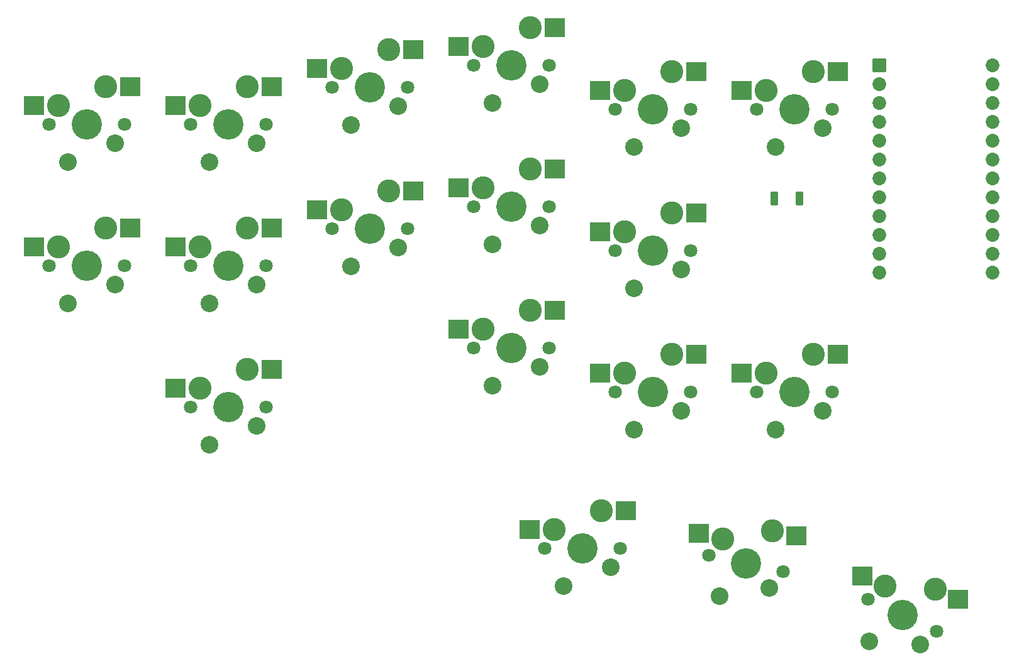
<source format=gbr>
%TF.GenerationSoftware,KiCad,Pcbnew,(6.0.8-1)-1*%
%TF.CreationDate,2023-01-29T19:27:54+03:00*%
%TF.ProjectId,lol,6c6f6c2e-6b69-4636-9164-5f7063625858,v1.0.0*%
%TF.SameCoordinates,Original*%
%TF.FileFunction,Soldermask,Bot*%
%TF.FilePolarity,Negative*%
%FSLAX46Y46*%
G04 Gerber Fmt 4.6, Leading zero omitted, Abs format (unit mm)*
G04 Created by KiCad (PCBNEW (6.0.8-1)-1) date 2023-01-29 19:27:54*
%MOMM*%
%LPD*%
G01*
G04 APERTURE LIST*
G04 Aperture macros list*
%AMRoundRect*
0 Rectangle with rounded corners*
0 $1 Rounding radius*
0 $2 $3 $4 $5 $6 $7 $8 $9 X,Y pos of 4 corners*
0 Add a 4 corners polygon primitive as box body*
4,1,4,$2,$3,$4,$5,$6,$7,$8,$9,$2,$3,0*
0 Add four circle primitives for the rounded corners*
1,1,$1+$1,$2,$3*
1,1,$1+$1,$4,$5*
1,1,$1+$1,$6,$7*
1,1,$1+$1,$8,$9*
0 Add four rect primitives between the rounded corners*
20,1,$1+$1,$2,$3,$4,$5,0*
20,1,$1+$1,$4,$5,$6,$7,0*
20,1,$1+$1,$6,$7,$8,$9,0*
20,1,$1+$1,$8,$9,$2,$3,0*%
G04 Aperture macros list end*
%ADD10C,4.087800*%
%ADD11C,1.801800*%
%ADD12C,3.100000*%
%ADD13RoundRect,0.050000X1.275000X1.250000X-1.275000X1.250000X-1.275000X-1.250000X1.275000X-1.250000X0*%
%ADD14C,2.386000*%
%ADD15RoundRect,0.050000X-0.876300X0.876300X-0.876300X-0.876300X0.876300X-0.876300X0.876300X0.876300X0*%
%ADD16C,1.852600*%
%ADD17RoundRect,0.050000X-0.450000X-0.850000X0.450000X-0.850000X0.450000X0.850000X-0.450000X0.850000X0*%
G04 APERTURE END LIST*
D10*
%TO.C,S1*%
X19050000Y0D03*
D11*
X24130000Y0D03*
X13970000Y0D03*
D12*
X21590000Y5080000D03*
X15240000Y2540000D03*
D13*
X11965000Y2540000D03*
X24892000Y5080000D03*
%TD*%
D10*
%TO.C,S2*%
X19050000Y0D03*
D11*
X13970000Y0D03*
X24130000Y0D03*
D14*
X16510000Y-5080000D03*
X22860000Y-2540000D03*
%TD*%
D10*
%TO.C,S3*%
X19050000Y19050000D03*
D11*
X24130000Y19050000D03*
X13970000Y19050000D03*
D12*
X21590000Y24130000D03*
X15240000Y21590000D03*
D13*
X11965000Y21590000D03*
X24892000Y24130000D03*
%TD*%
D10*
%TO.C,S4*%
X19050000Y19050000D03*
D11*
X13970000Y19050000D03*
X24130000Y19050000D03*
D14*
X16510000Y13970000D03*
X22860000Y16510000D03*
%TD*%
D10*
%TO.C,S5*%
X38100000Y-19050000D03*
D11*
X43180000Y-19050000D03*
X33020000Y-19050000D03*
D12*
X40640000Y-13970000D03*
X34290000Y-16510000D03*
D13*
X31015000Y-16510000D03*
X43942000Y-13970000D03*
%TD*%
D10*
%TO.C,S6*%
X38100000Y-19050000D03*
D11*
X33020000Y-19050000D03*
X43180000Y-19050000D03*
D14*
X35560000Y-24130000D03*
X41910000Y-21590000D03*
%TD*%
D10*
%TO.C,S7*%
X38100000Y0D03*
D11*
X43180000Y0D03*
X33020000Y0D03*
D12*
X40640000Y5080000D03*
X34290000Y2540000D03*
D13*
X31015000Y2540000D03*
X43942000Y5080000D03*
%TD*%
D10*
%TO.C,S8*%
X38100000Y0D03*
D11*
X33020000Y0D03*
X43180000Y0D03*
D14*
X35560000Y-5080000D03*
X41910000Y-2540000D03*
%TD*%
D10*
%TO.C,S9*%
X38100000Y19050000D03*
D11*
X43180000Y19050000D03*
X33020000Y19050000D03*
D12*
X40640000Y24130000D03*
X34290000Y21590000D03*
D13*
X31015000Y21590000D03*
X43942000Y24130000D03*
%TD*%
D10*
%TO.C,S10*%
X38100000Y19050000D03*
D11*
X33020000Y19050000D03*
X43180000Y19050000D03*
D14*
X35560000Y13970000D03*
X41910000Y16510000D03*
%TD*%
D10*
%TO.C,S11*%
X57150000Y5000000D03*
D11*
X62230000Y5000000D03*
X52070000Y5000000D03*
D12*
X59690000Y10080000D03*
X53340000Y7540000D03*
D13*
X50065000Y7540000D03*
X62992000Y10080000D03*
%TD*%
D10*
%TO.C,S12*%
X57150000Y5000000D03*
D11*
X52070000Y5000000D03*
X62230000Y5000000D03*
D14*
X54610000Y-80000D03*
X60960000Y2460000D03*
%TD*%
D10*
%TO.C,S13*%
X57150000Y24050000D03*
D11*
X62230000Y24050000D03*
X52070000Y24050000D03*
D12*
X59690000Y29130000D03*
X53340000Y26590000D03*
D13*
X50065000Y26590000D03*
X62992000Y29130000D03*
%TD*%
D10*
%TO.C,S14*%
X57150000Y24050000D03*
D11*
X52070000Y24050000D03*
X62230000Y24050000D03*
D14*
X54610000Y18970000D03*
X60960000Y21510000D03*
%TD*%
D10*
%TO.C,S15*%
X76200000Y-11050000D03*
D11*
X81280000Y-11050000D03*
X71120000Y-11050000D03*
D12*
X78740000Y-5970000D03*
X72390000Y-8510000D03*
D13*
X69115000Y-8510000D03*
X82042000Y-5970000D03*
%TD*%
D10*
%TO.C,S16*%
X76200000Y-11050000D03*
D11*
X71120000Y-11050000D03*
X81280000Y-11050000D03*
D14*
X73660000Y-16130000D03*
X80010000Y-13590000D03*
%TD*%
D10*
%TO.C,S17*%
X76200000Y8000000D03*
D11*
X81280000Y8000000D03*
X71120000Y8000000D03*
D12*
X78740000Y13080000D03*
X72390000Y10540000D03*
D13*
X69115000Y10540000D03*
X82042000Y13080000D03*
%TD*%
D10*
%TO.C,S18*%
X76200000Y8000000D03*
D11*
X71120000Y8000000D03*
X81280000Y8000000D03*
D14*
X73660000Y2920000D03*
X80010000Y5460000D03*
%TD*%
D10*
%TO.C,S19*%
X76200000Y27050000D03*
D11*
X81280000Y27050000D03*
X71120000Y27050000D03*
D12*
X78740000Y32130000D03*
X72390000Y29590000D03*
D13*
X69115000Y29590000D03*
X82042000Y32130000D03*
%TD*%
D10*
%TO.C,S20*%
X76200000Y27050000D03*
D11*
X71120000Y27050000D03*
X81280000Y27050000D03*
D14*
X73660000Y21970000D03*
X80010000Y24510000D03*
%TD*%
D10*
%TO.C,S21*%
X95250000Y-17050000D03*
D11*
X100330000Y-17050000D03*
X90170000Y-17050000D03*
D12*
X97790000Y-11970000D03*
X91440000Y-14510000D03*
D13*
X88165000Y-14510000D03*
X101092000Y-11970000D03*
%TD*%
D10*
%TO.C,S22*%
X95250000Y-17050000D03*
D11*
X90170000Y-17050000D03*
X100330000Y-17050000D03*
D14*
X92710000Y-22130000D03*
X99060000Y-19590000D03*
%TD*%
D10*
%TO.C,S23*%
X95250000Y2000000D03*
D11*
X100330000Y2000000D03*
X90170000Y2000000D03*
D12*
X97790000Y7080000D03*
X91440000Y4540000D03*
D13*
X88165000Y4540000D03*
X101092000Y7080000D03*
%TD*%
D10*
%TO.C,S24*%
X95250000Y2000000D03*
D11*
X90170000Y2000000D03*
X100330000Y2000000D03*
D14*
X92710000Y-3080000D03*
X99060000Y-540000D03*
%TD*%
D10*
%TO.C,S25*%
X95250000Y21050000D03*
D11*
X100330000Y21050000D03*
X90170000Y21050000D03*
D12*
X97790000Y26130000D03*
X91440000Y23590000D03*
D13*
X88165000Y23590000D03*
X101092000Y26130000D03*
%TD*%
D10*
%TO.C,S26*%
X95250000Y21050000D03*
D11*
X90170000Y21050000D03*
X100330000Y21050000D03*
D14*
X92710000Y15970000D03*
X99060000Y18510000D03*
%TD*%
D10*
%TO.C,S27*%
X114300000Y-17050000D03*
D11*
X119380000Y-17050000D03*
X109220000Y-17050000D03*
D12*
X116840000Y-11970000D03*
X110490000Y-14510000D03*
D13*
X107215000Y-14510000D03*
X120142000Y-11970000D03*
%TD*%
D10*
%TO.C,S28*%
X114300000Y-17050000D03*
D11*
X109220000Y-17050000D03*
X119380000Y-17050000D03*
D14*
X111760000Y-22130000D03*
X118110000Y-19590000D03*
%TD*%
D10*
%TO.C,S29*%
X114300000Y21050000D03*
D11*
X119380000Y21050000D03*
X109220000Y21050000D03*
D12*
X116840000Y26130000D03*
X110490000Y23590000D03*
D13*
X107215000Y23590000D03*
X120142000Y26130000D03*
%TD*%
D10*
%TO.C,S30*%
X114300000Y21050000D03*
D11*
X109220000Y21050000D03*
X119380000Y21050000D03*
D14*
X111760000Y15970000D03*
X118110000Y18510000D03*
%TD*%
D10*
%TO.C,S31*%
X85725000Y-38100000D03*
D11*
X90805000Y-38100000D03*
X80645000Y-38100000D03*
D12*
X88265000Y-33020000D03*
X81915000Y-35560000D03*
D13*
X78640000Y-35560000D03*
X91567000Y-33020000D03*
%TD*%
D10*
%TO.C,S32*%
X85725000Y-38100000D03*
D11*
X80645000Y-38100000D03*
X90805000Y-38100000D03*
D14*
X83185000Y-43180000D03*
X89535000Y-40640000D03*
%TD*%
D10*
%TO.C,S33*%
X107775000Y-40100000D03*
D11*
X112734584Y-41199513D03*
X102815416Y-39000487D03*
D12*
X111354305Y-35690173D03*
X104605069Y-36795573D03*
D13*
X101407699Y-36086733D03*
X114578035Y-36404857D03*
%TD*%
D10*
%TO.C,S34*%
X107775000Y-40100000D03*
D11*
X102815416Y-39000487D03*
X112734584Y-41199513D03*
D14*
X104195695Y-44509827D03*
X110944931Y-43404427D03*
%TD*%
D10*
%TO.C,S35*%
X128825000Y-47100000D03*
D11*
X133429044Y-49246901D03*
X124220956Y-44953099D03*
D12*
X133273923Y-43569407D03*
X126445418Y-43187803D03*
D13*
X123477260Y-41803728D03*
X136266551Y-44964892D03*
%TD*%
D10*
%TO.C,S36*%
X128825000Y-47100000D03*
D11*
X124220956Y-44953099D03*
X133429044Y-49246901D03*
D14*
X124376077Y-50630593D03*
X131204582Y-51012197D03*
%TD*%
D15*
%TO.C,MCU1*%
X125730000Y27020000D03*
D16*
X125730000Y24480000D03*
X125730000Y21940000D03*
X125730000Y19400000D03*
X125730000Y16860000D03*
X125730000Y14320000D03*
X125730000Y11780000D03*
X125730000Y9240000D03*
X125730000Y6700000D03*
X125730000Y4160000D03*
X125730000Y1620000D03*
X125730000Y-920000D03*
X140970000Y27020000D03*
X140970000Y24480000D03*
X140970000Y21940000D03*
X140970000Y19400000D03*
X140970000Y16860000D03*
X140970000Y14320000D03*
X140970000Y11780000D03*
X140970000Y9240000D03*
X140970000Y6700000D03*
X140970000Y4160000D03*
X140970000Y1620000D03*
X140970000Y-920000D03*
%TD*%
D17*
%TO.C,*%
X111600000Y9050000D03*
X115000000Y9050000D03*
%TD*%
M02*

</source>
